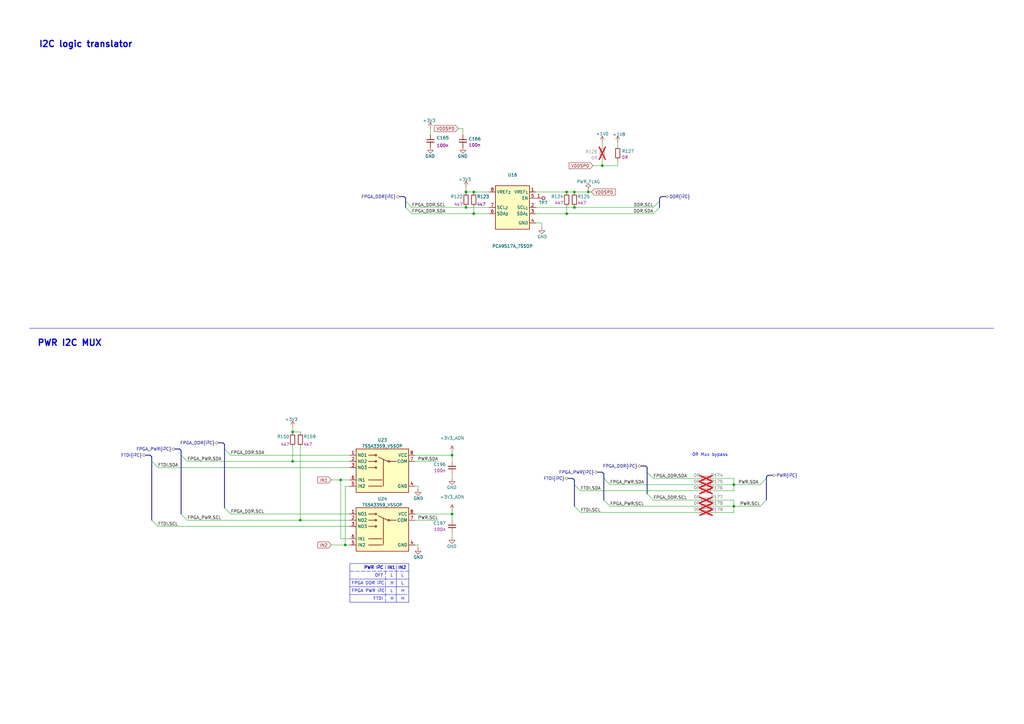
<source format=kicad_sch>
(kicad_sch (version 20230121) (generator eeschema)
  (paper "A3")
  (title_block (title "SO-DIMM DDR5 Tester") (date "2024-01-18") (rev "1.1.1:7ba41") (comment 1 "www.antmicro.com") (comment 2 "Antmicro Ltd"))
  (lib_symbols
    (symbol "antmicroCapacitors0402:C_100n_0402" (pin_numbers hide) (pin_names hide)
      (property "Reference" "C" (at 20.32 -5.08 0))
      (property "Val" "100n" (at 20.32 -7.62 0))
      (symbol "C_100n_0402_0_1"
        (polyline (pts (xy 2.032 -1.524) (xy 2.032 1.524)) (stroke (width 0.3048)))
        (polyline (pts (xy 3.048 -1.524) (xy 3.048 1.524)) (stroke (width 0.3302)))
      )
      (symbol "C_100n_0402_1_1"
        (pin passive line (at 0 0 0) (length 2.032) (name "~") (number "1"))
        (pin passive line (at 5.08 0 180) (length 2.032) (name "~") (number "2"))
      )
    )
    (symbol "antmicroInterfaceAnalogSwitchesMultiplexersDemultiplexers:TS5A3359_VSSOP"
      (property "Reference" "U" (at 41.91 -2.54 0))
      (property "Value" "TS5A3359_VSSOP" (at 41.91 -5.08 0))
      (symbol "TS5A3359_VSSOP_1_1"
        (polyline (pts (xy 7.62 -12.7) (xy 13.208 -12.7)) (stroke (width 0.254)) (fill (type background)))
        (polyline (pts (xy 7.62 -10.16) (xy 13.208 -10.16)) (stroke (width 0.254)) (fill (type background)))
        (polyline (pts (xy 7.62 -5.08) (xy 10.16 -5.08)) (stroke (width 0.254)) (fill (type background)))
        (polyline (pts (xy 7.62 -2.54) (xy 10.16 -2.54)) (stroke (width 0.254)) (fill (type background)))
        (polyline (pts (xy 7.62 0) (xy 10.16 0)) (stroke (width 0.254)) (fill (type background)))
        (polyline (pts (xy 13.716 -1.778) (xy 13.716 -12.7)) (stroke (width 0.254)) (fill (type background)))
        (polyline (pts (xy 15.494 -2.54) (xy 11.684 -0.762)) (stroke (width 0.254)) (fill (type background)))
        (polyline (pts (xy 19.05 -2.54) (xy 16.51 -2.54)) (stroke (width 0.254)) (fill (type background)))
        (rectangle (start 2.54 2.54) (end 24.13 -15.24) (stroke (width 0.254)) (fill (type background)))
        (arc (start 10.4902 -5.3594) (mid 10.8291 -5.3717) (end 10.9982 -5.08) (stroke (width 0.254)) (fill (type background)))
        (arc (start 10.4902 -4.7752) (mid 10.3152 -5.0671) (end 10.4902 -5.3594) (stroke (width 0.254)) (fill (type background)))
        (arc (start 10.4902 -2.8194) (mid 10.8291 -2.8317) (end 10.9982 -2.54) (stroke (width 0.254)) (fill (type background)))
        (arc (start 10.4902 -2.2352) (mid 10.3152 -2.5271) (end 10.4902 -2.8194) (stroke (width 0.254)) (fill (type background)))
        (arc (start 10.4902 -0.2794) (mid 10.8291 -0.2917) (end 10.9982 0) (stroke (width 0.254)) (fill (type background)))
        (arc (start 10.4902 0.3048) (mid 10.3152 0.0129) (end 10.4902 -0.2794) (stroke (width 0.254)) (fill (type background)))
        (arc (start 10.9982 -5.08) (mid 10.8271 -4.7844) (end 10.4902 -4.7752) (stroke (width 0.254)) (fill (type background)))
        (arc (start 10.9982 -2.54) (mid 10.8271 -2.2444) (end 10.4902 -2.2352) (stroke (width 0.254)) (fill (type background)))
        (arc (start 10.9982 0) (mid 10.8271 0.2956) (end 10.4902 0.3048) (stroke (width 0.254)) (fill (type background)))
        (arc (start 15.8242 -2.8194) (mid 16.1596 -2.829) (end 16.3322 -2.54) (stroke (width 0.254)) (fill (type background)))
        (arc (start 15.8242 -2.2352) (mid 15.6466 -2.5287) (end 15.8242 -2.8194) (stroke (width 0.254)) (fill (type background)))
        (arc (start 16.3322 -2.54) (mid 16.1616 -2.2481) (end 15.8242 -2.2352) (stroke (width 0.254)) (fill (type background)))
        (pin passive line (at 0 0 0) (length 2.54) (name "NO1") (number "1"))
        (pin passive line (at 0 -2.54 0) (length 2.54) (name "NO2") (number "2"))
        (pin passive line (at 0 -5.08 0) (length 2.54) (name "NO3") (number "3"))
        (pin passive line (at 26.67 -12.7 180) (length 2.54) (name "GND") (number "4"))
        (pin passive line (at 0 -12.7 0) (length 2.54) (name "IN2") (number "5"))
        (pin passive line (at 0 -10.16 0) (length 2.54) (name "IN1") (number "6"))
        (pin passive line (at 26.67 -2.54 180) (length 2.54) (name "COM") (number "7"))
        (pin passive line (at 26.67 0 180) (length 2.54) (name "VCC") (number "8"))
      )
    )
    (symbol "antmicroLogicTranslatorsLevelShifters:PCA9517A_TSSOP"
      (property "Reference" "U" (at 33.02 -2.54 0))
      (property "Value" "PCA9517A_TSSOP" (at 33.02 -5.08 0))
      (symbol "PCA9517A_TSSOP_1_1"
        (rectangle (start 2.54 2.54) (end 16.51 -15.24) (stroke (width 0.254)) (fill (type background)))
        (pin power_in line (at 0 0 0) (length 2.54) (name "VREF_{1}") (number "1"))
        (pin bidirectional line (at 0 -6.35 0) (length 2.54) (name "SCL_{1}") (number "2"))
        (pin bidirectional line (at 0 -8.89 0) (length 2.54) (name "SDA_{1}") (number "3"))
        (pin power_in line (at 0 -12.7 0) (length 2.54) (name "GND") (number "4"))
        (pin input line (at 0 -2.54 0) (length 2.54) (name "EN") (number "5"))
        (pin bidirectional line (at 19.05 -8.89 180) (length 2.54) (name "SDA_{2}") (number "6"))
        (pin bidirectional line (at 19.05 -6.35 180) (length 2.54) (name "SCL_{2}") (number "7"))
        (pin power_in line (at 19.05 0 180) (length 2.54) (name "VREF_{2}") (number "8"))
      )
    )
    (symbol "antmicroResistors0402:R_0R_0402" (pin_numbers hide) (pin_names hide)
      (property "Reference" "R" (at 20.32 -5.08 0))
      (property "Val" "0R" (at 20.32 -7.62 0))
      (symbol "R_0R_0402_0_1"
        (rectangle (start 0.635 0.889) (end 4.445 -0.889) (stroke (width 0.254)))
      )
      (symbol "R_0R_0402_1_1"
        (pin passive line (at 0 0 0) (length 0.635) (name "~") (number "1"))
        (pin passive line (at 5.08 0 180) (length 0.635) (name "~") (number "2"))
      )
    )
    (symbol "antmicroResistors0402:R_4k7_0402" (pin_numbers hide) (pin_names hide)
      (property "Reference" "R" (at 20.32 -5.08 0))
      (property "Val" "4k7" (at 20.32 -7.62 0))
      (symbol "R_4k7_0402_0_1"
        (rectangle (start 0.635 0.889) (end 4.445 -0.889) (stroke (width 0.254)))
      )
      (symbol "R_4k7_0402_1_1"
        (pin passive line (at 0 0 0) (length 0.635) (name "~") (number "1"))
        (pin passive line (at 5.08 0 180) (length 0.635) (name "~") (number "2"))
      )
    )
    (symbol "antmicroTestPoints:TP_1mm_SMD" (pin_names hide) (in_bom no)
      (property "Reference" "TP" (at 15.24 -5.08 0))
      (symbol "TP_1mm_SMD_1_1"
        (circle (center 3.175 0) (radius 0.635) (stroke (width 0.254)))
        (pin passive line (at 0 0 0) (length 2.54) (name "1") (number "1"))
      )
    )
    (symbol "antmicropower:+1V0" (power) (pin_names (offset 0))
      (property "Value" "+1V0" (at 0 3.556 0))
      (symbol "+1V0_0_1"
        (polyline (pts (xy -0.762 1.27) (xy 0 2.54)))
        (polyline (pts (xy 0 0) (xy 0 2.54)))
        (polyline (pts (xy 0 2.54) (xy 0.762 1.27)))
      )
      (symbol "+1V0_1_1"
        (pin power_in line (at 0 0 90) (length 0) hide (name "+1V0") (number "1"))
      )
    )
    (symbol "antmicropower:+1V8" (power) (pin_numbers hide) (pin_names hide)
      (property "Value" "+1V8" (at -3.175 2.54 0))
      (symbol "+1V8_1_1"
        (polyline (pts (xy -0.762 1.27) (xy 0 2.54)) (fill (type background)))
        (polyline (pts (xy 0 0) (xy 0 2.54)) (fill (type background)))
        (polyline (pts (xy 0 2.54) (xy 0.762 1.27)) (fill (type background)))
        (pin power_in line (at 0 0 90) (length 0) hide (name "+1V8") (number "1"))
      )
    )
    (symbol "antmicropower:+3V3" (power) (pin_numbers hide) (pin_names hide)
      (property "Value" "+3V3" (at -3.175 2.54 0))
      (symbol "+3V3_0_1"
        (polyline (pts (xy 0 0) (xy 0 2.54)))
        (polyline (pts (xy 0 2.54) (xy -0.762 1.27)))
        (polyline (pts (xy 0 2.54) (xy 0.762 1.27)))
      )
      (symbol "+3V3_1_1"
        (pin power_in line (at 0 0 90) (length 0) hide (name "+3V3") (number "1"))
      )
    )
    (symbol "antmicropower:+3V3_AON" (power) (pin_names (offset 0))
      (property "Value" "+3V3_AON" (at 0 3.556 0))
      (symbol "+3V3_AON_0_1"
        (polyline (pts (xy -0.762 1.27) (xy 0 2.54)))
        (polyline (pts (xy 0 0) (xy 0 2.54)))
        (polyline (pts (xy 0 2.54) (xy 0.762 1.27)))
      )
      (symbol "+3V3_AON_1_1"
        (pin power_in line (at 0 0 90) (length 0) hide (name "+3V3_AON") (number "1"))
      )
    )
    (symbol "antmicropower:GND" (power) (pin_numbers hide) (pin_names hide)
      (property "Value" "GND" (at -1.905 -4.445 0))
      (symbol "GND_1_1"
        (polyline (pts (xy 0 0) (xy 0 -1.27) (xy 1.27 -1.27) (xy 0 -2.54) (xy -1.27 -1.27) (xy 0 -1.27)))
        (pin power_in line (at 0 0 270) (length 0) (name "GND") (number "1"))
      )
    )
    (symbol "antmicropower:PWR_FLAG" (power) (pin_numbers hide) (pin_names (offset 0) hide)
      (property "Value" "PWR_FLAG" (at 0 3.81 0))
      (symbol "PWR_FLAG_0_0"
        (pin power_out line (at 0 0 90) (length 0) (name "pwr") (number "1"))
      )
      (symbol "PWR_FLAG_0_1"
        (polyline (pts (xy 0 0) (xy 0 1.27) (xy -1.016 1.905) (xy 0 2.54) (xy 1.016 1.905) (xy 0 1.27)))
      )
    )
  )
  (junction (at 194.31 78.74))
  (junction (at 141.605 223.52))
  (junction (at 120.015 177.165))
  (junction (at 120.015 189.23))
  (junction (at 235.585 85.09))
  (junction (at 123.19 213.36))
  (junction (at 139.7 196.85))
  (junction (at 300.99 198.755))
  (junction (at 185.42 186.69))
  (junction (at 191.135 85.09))
  (junction (at 185.42 210.82))
  (junction (at 232.41 78.74))
  (junction (at 241.3 78.74))
  (junction (at 300.99 207.645))
  (junction (at 191.135 78.74))
  (junction (at 194.31 87.63))
  (junction (at 232.41 87.63))
  (junction (at 247.015 67.945))
  (junction (at 235.585 78.74))
  (bus_entry (at 238.125 210.185) (size -2.54 -2.54))
  (bus_entry (at 64.77 215.9) (size -2.54 -2.54))
  (bus_entry (at 94.615 210.82) (size -2.54 -2.54))
  (bus_entry (at 168.91 85.09) (size -2.54 -2.54))
  (bus_entry (at 64.77 191.77) (size -2.54 -2.54))
  (bus_entry (at 267.97 85.09) (size 2.54 -2.54))
  (bus_entry (at 94.615 186.69) (size -2.54 -2.54))
  (bus_entry (at 311.785 198.755) (size 2.54 -2.54))
  (bus_entry (at 238.125 201.295) (size -2.54 -2.54))
  (bus_entry (at 168.91 87.63) (size -2.54 -2.54))
  (bus_entry (at 311.785 207.645) (size 2.54 -2.54))
  (bus_entry (at 76.835 189.23) (size -2.54 -2.54))
  (bus_entry (at 267.97 205.105) (size -2.54 -2.54))
  (bus_entry (at 267.97 87.63) (size 2.54 -2.54))
  (bus_entry (at 76.835 213.36) (size -2.54 -2.54))
  (bus_entry (at 250.19 207.645) (size -2.54 -2.54))
  (bus_entry (at 267.97 196.215) (size -2.54 -2.54))
  (bus_entry (at 250.19 198.755) (size -2.54 -2.54))
  (wire (pts (xy 185.42 186.69) (xy 170.18 186.69)))
  (wire (pts (xy 120.015 189.23) (xy 143.51 189.23)))
  (wire (pts (xy 200.66 85.09) (xy 191.135 85.09)))
  (wire (pts (xy 219.71 78.74) (xy 232.41 78.74)))
  (bus (pts (xy 61.595 186.69) (xy 62.23 187.325)))
  (wire (pts (xy 250.19 198.755) (xy 287.02 198.755)))
  (bus (pts (xy 314.325 195.58) (xy 314.325 196.215)))
  (bus (pts (xy 235.585 198.755) (xy 235.585 207.645)))
  (wire (pts (xy 185.42 186.69) (xy 185.42 189.23)))
  (wire (pts (xy 222.25 91.44) (xy 219.71 91.44)))
  (wire (pts (xy 300.99 207.645) (xy 300.99 210.185)))
  (wire (pts (xy 292.1 207.645) (xy 300.99 207.645)))
  (bus (pts (xy 71.755 184.15) (xy 73.66 184.15)))
  (wire (pts (xy 139.7 220.98) (xy 143.51 220.98)))
  (polyline (pts (xy 143.51 234.315) (xy 167.64 234.315)) (stroke (width 0) (type dash)))
  (wire (pts (xy 94.615 210.82) (xy 143.51 210.82)))
  (wire (pts (xy 235.585 79.375) (xy 235.585 78.74)))
  (wire (pts (xy 267.97 205.105) (xy 287.02 205.105)))
  (polyline (pts (xy 12.065 134.62) (xy 407.67 134.62)))
  (bus (pts (xy 273.05 80.645) (xy 271.145 80.645)))
  (polyline (pts (xy 143.51 231.14) (xy 167.64 231.14)))
  (wire (pts (xy 250.19 207.645) (xy 287.02 207.645)))
  (wire (pts (xy 200.66 78.74) (xy 194.31 78.74)))
  (bus (pts (xy 92.075 184.15) (xy 92.075 208.28)))
  (wire (pts (xy 247.015 67.945) (xy 247.015 65.405)))
  (wire (pts (xy 235.585 85.09) (xy 267.97 85.09)))
  (bus (pts (xy 234.95 196.215) (xy 235.585 196.85)))
  (wire (pts (xy 170.18 213.36) (xy 179.705 213.36)))
  (bus (pts (xy 62.23 187.325) (xy 62.23 189.23)))
  (bus (pts (xy 247.015 193.675) (xy 247.65 194.31)))
  (wire (pts (xy 300.99 196.215) (xy 292.1 196.215)))
  (wire (pts (xy 176.53 52.705) (xy 176.53 55.245)))
  (bus (pts (xy 74.295 184.785) (xy 74.295 186.69)))
  (wire (pts (xy 300.99 198.755) (xy 300.99 196.215)))
  (wire (pts (xy 123.19 177.165) (xy 123.19 177.8)))
  (wire (pts (xy 170.18 199.39) (xy 171.45 199.39)))
  (bus (pts (xy 74.295 186.69) (xy 74.295 210.82)))
  (wire (pts (xy 222.25 91.44) (xy 222.25 93.345)))
  (wire (pts (xy 191.135 85.09) (xy 191.135 84.455)))
  (wire (pts (xy 120.015 177.165) (xy 123.19 177.165)))
  (wire (pts (xy 253.365 58.42) (xy 253.365 60.325)))
  (wire (pts (xy 300.99 198.755) (xy 311.785 198.755)))
  (bus (pts (xy 91.44 181.61) (xy 92.075 182.245)))
  (bus (pts (xy 247.65 196.215) (xy 247.65 205.105)))
  (wire (pts (xy 120.015 177.8) (xy 120.015 177.165)))
  (wire (pts (xy 232.41 84.455) (xy 232.41 87.63)))
  (wire (pts (xy 76.835 213.36) (xy 123.19 213.36)))
  (wire (pts (xy 194.31 87.63) (xy 194.31 84.455)))
  (wire (pts (xy 241.3 78.105) (xy 241.3 78.74)))
  (polyline (pts (xy 167.64 247.015) (xy 143.51 247.015)))
  (wire (pts (xy 238.125 201.295) (xy 287.02 201.295)))
  (wire (pts (xy 185.42 210.82) (xy 170.18 210.82)))
  (wire (pts (xy 247.015 67.945) (xy 253.365 67.945)))
  (bus (pts (xy 92.075 182.245) (xy 92.075 184.15)))
  (wire (pts (xy 139.7 196.85) (xy 139.7 220.98)))
  (wire (pts (xy 168.91 85.09) (xy 191.135 85.09)))
  (bus (pts (xy 235.585 196.85) (xy 235.585 198.755)))
  (wire (pts (xy 219.71 85.09) (xy 235.585 85.09)))
  (wire (pts (xy 232.41 79.375) (xy 232.41 78.74)))
  (bus (pts (xy 316.865 194.945) (xy 314.96 194.945)))
  (bus (pts (xy 265.43 193.675) (xy 265.43 202.565)))
  (wire (pts (xy 194.31 87.63) (xy 200.66 87.63)))
  (bus (pts (xy 270.51 81.28) (xy 270.51 82.55)))
  (wire (pts (xy 171.45 223.52) (xy 171.45 224.79)))
  (wire (pts (xy 189.865 52.705) (xy 189.865 55.245)))
  (bus (pts (xy 62.23 189.23) (xy 62.23 213.36)))
  (wire (pts (xy 123.19 182.88) (xy 123.19 213.36)))
  (bus (pts (xy 314.96 194.945) (xy 314.325 195.58)))
  (wire (pts (xy 120.015 175.26) (xy 120.015 177.165)))
  (wire (pts (xy 170.18 223.52) (xy 171.45 223.52)))
  (polyline (pts (xy 162.56 231.775) (xy 162.56 247.015)))
  (wire (pts (xy 300.99 207.645) (xy 311.785 207.645)))
  (bus (pts (xy 89.535 181.61) (xy 91.44 181.61)))
  (wire (pts (xy 76.835 189.23) (xy 120.015 189.23)))
  (wire (pts (xy 185.42 185.42) (xy 185.42 186.69)))
  (polyline (pts (xy 143.51 231.14) (xy 143.51 247.015)))
  (wire (pts (xy 300.99 201.295) (xy 292.1 201.295)))
  (bus (pts (xy 270.51 82.55) (xy 270.51 85.09)))
  (wire (pts (xy 191.135 78.74) (xy 194.31 78.74)))
  (polyline (pts (xy 167.64 231.14) (xy 167.64 247.015)))
  (bus (pts (xy 166.37 81.28) (xy 166.37 82.55)))
  (bus (pts (xy 165.735 80.645) (xy 166.37 81.28)))
  (bus (pts (xy 59.69 186.69) (xy 61.595 186.69)))
  (wire (pts (xy 168.91 87.63) (xy 194.31 87.63)))
  (wire (pts (xy 232.41 87.63) (xy 267.97 87.63)))
  (wire (pts (xy 267.97 196.215) (xy 287.02 196.215)))
  (wire (pts (xy 191.135 76.835) (xy 191.135 78.74)))
  (bus (pts (xy 245.11 193.675) (xy 247.015 193.675)))
  (wire (pts (xy 185.42 209.55) (xy 185.42 210.82)))
  (bus (pts (xy 233.045 196.215) (xy 234.95 196.215)))
  (wire (pts (xy 194.31 78.74) (xy 194.31 79.375)))
  (polyline (pts (xy 143.51 240.665) (xy 167.64 240.665)))
  (wire (pts (xy 238.125 210.185) (xy 287.02 210.185)))
  (wire (pts (xy 232.41 78.74) (xy 235.585 78.74)))
  (wire (pts (xy 185.42 210.82) (xy 185.42 213.36)))
  (wire (pts (xy 143.51 199.39) (xy 141.605 199.39)))
  (wire (pts (xy 185.42 218.44) (xy 185.42 220.345)))
  (wire (pts (xy 187.96 52.705) (xy 189.865 52.705)))
  (wire (pts (xy 179.705 189.23) (xy 170.18 189.23)))
  (wire (pts (xy 185.42 194.31) (xy 185.42 196.215)))
  (wire (pts (xy 141.605 199.39) (xy 141.605 223.52)))
  (bus (pts (xy 247.65 194.31) (xy 247.65 196.215)))
  (wire (pts (xy 300.99 210.185) (xy 292.1 210.185)))
  (wire (pts (xy 94.615 186.69) (xy 143.51 186.69)))
  (wire (pts (xy 191.135 79.375) (xy 191.135 78.74)))
  (wire (pts (xy 171.45 199.39) (xy 171.45 200.66)))
  (wire (pts (xy 135.89 223.52) (xy 141.605 223.52)))
  (bus (pts (xy 265.43 191.77) (xy 265.43 193.675)))
  (wire (pts (xy 241.3 78.74) (xy 242.57 78.74)))
  (bus (pts (xy 73.66 184.15) (xy 74.295 184.785)))
  (wire (pts (xy 123.19 213.36) (xy 143.51 213.36)))
  (bus (pts (xy 166.37 82.55) (xy 166.37 85.09)))
  (wire (pts (xy 292.1 198.755) (xy 300.99 198.755)))
  (wire (pts (xy 219.71 87.63) (xy 232.41 87.63)))
  (wire (pts (xy 141.605 223.52) (xy 143.51 223.52)))
  (wire (pts (xy 64.77 191.77) (xy 143.51 191.77)))
  (polyline (pts (xy 158.115 231.775) (xy 158.115 247.015)) (stroke (width 0) (type dash)))
  (bus (pts (xy 271.145 80.645) (xy 270.51 81.28)))
  (wire (pts (xy 120.015 182.88) (xy 120.015 189.23)))
  (bus (pts (xy 314.325 196.215) (xy 314.325 205.105)))
  (wire (pts (xy 247.015 58.42) (xy 247.015 60.325)))
  (wire (pts (xy 300.99 198.755) (xy 300.99 201.295)))
  (wire (pts (xy 300.99 205.105) (xy 292.1 205.105)))
  (wire (pts (xy 300.99 205.105) (xy 300.99 207.645)))
  (polyline (pts (xy 143.51 237.49) (xy 167.64 237.49)))
  (wire (pts (xy 235.585 84.455) (xy 235.585 85.09)))
  (polyline (pts (xy 143.51 243.84) (xy 167.005 243.84)))
  (wire (pts (xy 253.365 67.945) (xy 253.365 65.405)))
  (wire (pts (xy 243.205 67.945) (xy 247.015 67.945)))
  (wire (pts (xy 235.585 78.74) (xy 241.3 78.74)))
  (bus (pts (xy 262.89 191.135) (xy 264.795 191.135)))
  (wire (pts (xy 64.77 215.9) (xy 143.51 215.9)))
  (bus (pts (xy 264.795 191.135) (xy 265.43 191.77)))
  (bus (pts (xy 163.83 80.645) (xy 165.735 80.645)))
  (wire (pts (xy 135.89 196.85) (xy 139.7 196.85)))
  (wire (pts (xy 143.51 196.85) (xy 139.7 196.85)))
  (text "L" (at 164.465 240.03 0) (effects (font (size 1.27 1.27)) (justify left bottom)))
  (text "PWR I2C MUX" (at 15.24 142.24 0) (effects (font (size 2.54 2.54) (thickness 0.4978) bold) (justify left bottom)))
  (text "L" (at 160.02 243.205 0) (effects (font (size 1.27 1.27)) (justify left bottom)))
  (text "FTDI" (at 153.035 246.38 0) (effects (font (size 1.27 1.27)) (justify left bottom)))
  (text "H" (at 164.465 243.205 0) (effects (font (size 1.27 1.27)) (justify left bottom)))
  (text "H" (at 160.02 246.38 0) (effects (font (size 1.27 1.27)) (justify left bottom)))
  (text "OFF" (at 153.67 236.855 0) (effects (font (size 1.27 1.27)) (justify left bottom)))
  (text "PWR I^{2}C" (at 149.225 233.68 0) (effects (font (size 1.27 1.27) (thickness 0.254) bold) (justify left bottom)))
  (text "I2C logic translator" (at 15.875 19.685 0) (effects (font (size 2.54 2.54) (thickness 0.4978) bold) (justify left bottom)))
  (text "H" (at 164.465 246.38 0) (effects (font (size 1.27 1.27)) (justify left bottom)))
  (text "0R Mux bypass" (at 283.845 187.325 0) (effects (font (size 1.27 1.27)) (justify left bottom)))
  (text "H" (at 160.02 240.03 0) (effects (font (size 1.27 1.27)) (justify left bottom)))
  (text "IN2" (at 163.195 233.68 0) (effects (font (size 1.27 1.27) (thickness 0.254) bold) (justify left bottom)))
  (text "L" (at 160.02 236.855 0) (effects (font (size 1.27 1.27)) (justify left bottom)))
  (text "IN1" (at 158.75 233.68 0) (effects (font (size 1.27 1.27) (thickness 0.254) bold) (justify left bottom)))
  (text "L" (at 164.465 236.855 0) (effects (font (size 1.27 1.27)) (justify left bottom)))
  (text "FPGA PWR I^{2}C" (at 144.145 243.205 0) (effects (font (size 1.27 1.27)) (justify left bottom)))
  (text "FPGA DDR I^{2}C" (at 144.145 240.03 0) (effects (font (size 1.27 1.27)) (justify left bottom)))
  (label "FPGA_DDR.SCL" (at 168.91 85.09 0))
  (label "PWR.SCL" (at 179.705 213.36 180))
  (label "FPGA_DDR.SCL" (at 267.97 205.105 0))
  (label "FTDI.SDA" (at 64.77 191.77 0))
  (label "DDR.SDA" (at 267.97 87.63 180))
  (label "PWR.SDA" (at 179.705 189.23 180))
  (label "PWR.SDA" (at 311.15 198.755 180))
  (label "FPGA_DDR.SDA" (at 267.97 196.215 0))
  (label "FTDI.SCL" (at 238.125 210.185 0))
  (label "DDR.SCL" (at 267.97 85.09 180))
  (label "FPGA_DDR.SDA" (at 168.91 87.63 0))
  (label "FPGA_PWR.SDA" (at 76.835 189.23 0))
  (label "FTDI.SCL" (at 64.77 215.9 0))
  (label "FPGA_PWR.SCL" (at 250.19 207.645 0))
  (label "FPGA_PWR.SCL" (at 76.835 213.36 0))
  (label "FPGA_PWR.SDA" (at 250.19 198.755 0))
  (label "FTDI.SDA" (at 238.125 201.295 0))
  (label "PWR.SCL" (at 311.785 207.645 180))
  (label "FPGA_DDR.SCL" (at 94.615 210.82 0))
  (label "FPGA_DDR.SDA" (at 94.615 186.69 0))
  (global_label "IN1" (shape input) (at 135.89 196.85 180) (property "Intersheetrefs" "${INTERSHEET_REFS}" (at 130.421 196.9294 0) (effects (justify right))))
  (global_label "VDDSPD" (shape input) (at 187.96 52.705 180) (property "Intersheetrefs" "${INTERSHEET_REFS}" (at -47.625 448.31 0)))
  (global_label "VDDSPD" (shape input) (at 242.57 78.74 0) (property "Intersheetrefs" "${INTERSHEET_REFS}" (at -137.795 -149.225 0)))
  (global_label "VDDSPD" (shape input) (at 243.205 67.945 180) (property "Intersheetrefs" "${INTERSHEET_REFS}" (at 623.57 -160.02 0) (effects (justify left))))
  (global_label "IN2" (shape input) (at 135.89 223.52 180) (property "Intersheetrefs" "${INTERSHEET_REFS}" (at 130.421 223.5994 0) (effects (justify right))))
  (hierarchical_label "FPGA_DDR{I^{2}C}" (shape bidirectional) (at 163.83 80.645 180))
  (hierarchical_label "PWR{I^{2}C}" (shape bidirectional) (at 316.865 194.945 0))
  (hierarchical_label "DDR{I^{2}C}" (shape bidirectional) (at 273.05 80.645 0))
  (hierarchical_label "FTDI{I^{2}C}" (shape bidirectional) (at 233.045 196.215 180))
  (hierarchical_label "FPGA_DDR{I^{2}C}" (shape bidirectional) (at 89.535 181.61 180))
  (hierarchical_label "FPGA_PWR{I^{2}C}" (shape bidirectional) (at 71.755 184.15 180))
  (hierarchical_label "FTDI{I^{2}C}" (shape bidirectional) (at 59.69 186.69 180))
  (hierarchical_label "FPGA_DDR{I^{2}C}" (shape bidirectional) (at 262.89 191.135 180))
  (hierarchical_label "FPGA_PWR{I^{2}C}" (shape bidirectional) (at 245.11 193.675 180))
  (symbol (lib_id "antmicroResistors0402:R_4k7_0402") (at 235.585 79.375 270) (unit 1)
    (property "Reference" "R125" (at 236.855 80.645 90) (effects (justify left)))
    (property "Value" "R_4k7_0402" (effects hide))
    (property "Footprint" "antmicro-footprints:R_0402_1005Metric" (effects hide))
    (property "Datasheet" "https://www.bourns.com/docs/product-datasheets/cr.pdf" (effects hide))
    (property "Manufacturer" "Bourns" (effects hide))
    (property "MPN" "CR0402-FX-4701GLF" (effects hide))
    (property "Val" "4k7" (at 236.855 83.185 90) (effects (justify left)))
    (property "License" "Apache-2.0" (effects hide))
    (property "Author" "Antmicro" (effects hide))
    (property "Tolerance" "1%" (effects hide))
  )
  (symbol (lib_id "antmicroTestPoints:TP_1mm_SMD") (at 219.71 81.28 0) (mirror x) (unit 1)
    (property "Reference" "TP7" (at 220.98 83.185 0) (effects (justify left)))
    (property "Value" "TP_1mm_SMD" (effects hide))
    (property "Footprint" "antmicro-footprints:TP_SMD_1mm" (effects hide))
    (property "Author" "Antmicro" (effects hide))
    (property "License" "Apache-2.0" (effects hide))
  )
  (symbol (lib_id "antmicroCapacitors0402:C_100n_0402") (at 189.865 55.245 90) (mirror x) (unit 1)
    (property "Reference" "C166" (at 192.1891 56.9607 90) (effects (justify right)))
    (property "Value" "C_100n_0402" (effects hide))
    (property "Footprint" "antmicro-footprints:C_0402_1005Metric" (effects hide))
    (property "Datasheet" "https://www.murata.com/products/productdetail?partno=GRM155R61H104KE14%23" (effects hide))
    (property "Manufacturer" "Murata" (effects hide))
    (property "MPN" "GRM155R61H104KE14D" (effects hide))
    (property "Val" "100n" (at 192.1891 59.491 90) (effects (justify right)))
    (property "License" "Apache-2.0" (effects hide))
    (property "Author" "Antmicro" (effects hide))
    (property "Voltage" "50V" (effects hide))
    (property "Dielectric" "X5R" (effects hide))
  )
  (symbol (lib_id "antmicroResistors0402:R_0R_0402") (at 292.1 207.645 180) (unit 1) (in_bom no) (dnp yes)
    (property "Reference" "R178" (at 291.465 206.375 0) (effects (justify right)))
    (property "Value" "R_0R_0402" (effects hide))
    (property "Footprint" "antmicro-footprints:R_0402_1005Metric" (effects hide))
    (property "Datasheet" "https://industrial.panasonic.com/cdbs/www-data/pdf/RDA0000/AOA0000C301.pdf" (effects hide))
    (property "Manufacturer" "Panasonic" (effects hide))
    (property "MPN" "ERJ2GE0R00X" (effects hide))
    (property "Val" "0R" (at 284.48 206.375 0) (effects (justify right)))
    (property "DNP" "DNP" (at 287.655 207.645 0) (effects (justify right)))
    (property "License" "Apache-2.0" (effects hide))
    (property "Author" "Antmicro" (effects hide))
    (property "Current" "1A" (effects hide))
  )
  (symbol (lib_id "antmicroResistors0402:R_4k7_0402") (at 120.015 177.8 270) (unit 1)
    (property "Reference" "R150" (at 118.745 179.07 90) (effects (justify right)))
    (property "Value" "R_4k7_0402" (effects hide))
    (property "Footprint" "antmicro-footprints:R_0402_1005Metric" (effects hide))
    (property "Datasheet" "https://www.bourns.com/docs/product-datasheets/cr.pdf" (effects hide))
    (property "Manufacturer" "Bourns" (effects hide))
    (property "MPN" "CR0402-FX-4701GLF" (effects hide))
    (property "Val" "4k7" (at 118.745 182.245 90) (effects (justify right)))
    (property "License" "Apache-2.0" (effects hide))
    (property "Author" "Antmicro" (effects hide))
    (property "Tolerance" "1%" (effects hide))
  )
  (symbol (lib_id "antmicroResistors0402:R_4k7_0402") (at 232.41 79.375 270) (unit 1)
    (property "Reference" "R124" (at 231.14 80.645 90) (effects (justify right)))
    (property "Value" "R_4k7_0402" (effects hide))
    (property "Footprint" "antmicro-footprints:R_0402_1005Metric" (effects hide))
    (property "Datasheet" "https://www.bourns.com/docs/product-datasheets/cr.pdf" (effects hide))
    (property "Manufacturer" "Bourns" (effects hide))
    (property "MPN" "CR0402-FX-4701GLF" (effects hide))
    (property "Val" "4k7" (at 231.14 83.185 90) (effects (justify right)))
    (property "License" "Apache-2.0" (effects hide))
    (property "Author" "Antmicro" (effects hide))
    (property "Tolerance" "1%" (effects hide))
  )
  (symbol (lib_id "antmicroResistors0402:R_0R_0402") (at 292.1 201.295 180) (unit 1) (in_bom no) (dnp yes)
    (property "Reference" "R176" (at 291.465 200.025 0) (effects (justify right)))
    (property "Value" "R_0R_0402" (effects hide))
    (property "Footprint" "antmicro-footprints:R_0402_1005Metric" (effects hide))
    (property "Datasheet" "https://industrial.panasonic.com/cdbs/www-data/pdf/RDA0000/AOA0000C301.pdf" (effects hide))
    (property "Manufacturer" "Panasonic" (effects hide))
    (property "MPN" "ERJ2GE0R00X" (effects hide))
    (property "Val" "0R" (at 284.48 200.025 0) (effects (justify right)))
    (property "DNP" "DNP" (at 287.655 201.295 0) (effects (justify right)))
    (property "License" "Apache-2.0" (effects hide))
    (property "Author" "Antmicro" (effects hide))
    (property "Current" "1A" (effects hide))
  )
  (symbol (lib_id "antmicropower:+3V3_AON") (at 185.42 185.42 0) (mirror y) (unit 1)
    (property "Reference" "#PWR0441" (effects hide))
    (property "Value" "+3V3_AON" (at 185.42 179.705 0))
  )
  (symbol (lib_id "antmicropower:GND") (at 185.42 196.215 0) (mirror y) (unit 1)
    (property "Reference" "#PWR0437" (effects hide))
    (property "Value" "GND" (at 187.325 200.66 0) (effects (justify left bottom)))
    (property "Author" "Antmicro" (effects hide))
    (property "License" "Apache-2.0" (effects hide))
  )
  (symbol (lib_id "antmicropower:+3V3") (at 120.015 175.26 0) (unit 1)
    (property "Reference" "#PWR0442" (effects hide))
    (property "Value" "+3V3" (at 116.84 172.72 0) (effects (justify left bottom)))
    (property "Author" "Antmicro" (effects hide))
    (property "License" "Apache-2.0" (effects hide))
  )
  (symbol (lib_id "antmicroCapacitors0402:C_100n_0402") (at 185.42 218.44 270) (mirror x) (unit 1)
    (property "Reference" "C197" (at 182.88 214.6235 90) (effects (justify right)))
    (property "Value" "C_100n_0402" (effects hide))
    (property "Footprint" "antmicro-footprints:C_0402_1005Metric" (effects hide))
    (property "Datasheet" "https://www.murata.com/products/productdetail?partno=GRM155R61H104KE14%23" (effects hide))
    (property "Manufacturer" "Murata" (effects hide))
    (property "MPN" "GRM155R61H104KE14D" (effects hide))
    (property "Val" "100n" (at 182.88 217.1635 90) (effects (justify right)))
    (property "License" "Apache-2.0" (effects hide))
    (property "Author" "Antmicro" (effects hide))
    (property "Voltage" "50V" (effects hide))
    (property "Dielectric" "X5R" (effects hide))
  )
  (symbol (lib_id "antmicroResistors0402:R_0R_0402") (at 253.365 65.405 270) (mirror x) (unit 1)
    (property "Reference" "R127" (at 255.016 62.0344 90) (effects (justify left)))
    (property "Value" "R_0R_0402" (effects hide))
    (property "Footprint" "antmicro-footprints:R_0402_1005Metric" (effects hide))
    (property "Datasheet" "https://industrial.panasonic.com/cdbs/www-data/pdf/RDA0000/AOA0000C301.pdf" (effects hide))
    (property "MPN" "ERJ2GE0R00X" (effects hide))
    (property "Manufacturer" "Panasonic" (effects hide))
    (property "License" "Apache-2.0" (effects hide))
    (property "Author" "Antmicro" (effects hide))
    (property "Val" "0R" (at 255.016 64.5581 90) (effects (justify left)))
    (property "Current" "1A" (effects hide))
  )
  (symbol (lib_id "antmicroResistors0402:R_0R_0402") (at 292.1 196.215 180) (unit 1) (in_bom no) (dnp yes)
    (property "Reference" "R174" (at 291.465 194.945 0) (effects (justify right)))
    (property "Value" "R_0R_0402" (effects hide))
    (property "Footprint" "antmicro-footprints:R_0402_1005Metric" (effects hide))
    (property "Datasheet" "https://industrial.panasonic.com/cdbs/www-data/pdf/RDA0000/AOA0000C301.pdf" (effects hide))
    (property "Manufacturer" "Panasonic" (effects hide))
    (property "MPN" "ERJ2GE0R00X" (effects hide))
    (property "Val" "0R" (at 284.48 194.945 0) (effects (justify right)))
    (property "DNP" "DNP" (at 287.655 196.215 0) (effects (justify right)))
    (property "License" "Apache-2.0" (effects hide))
    (property "Author" "Antmicro" (effects hide))
    (property "Current" "1A" (effects hide))
  )
  (symbol (lib_id "antmicropower:GND") (at 171.45 200.66 0) (unit 1)
    (property "Reference" "#PWR0436" (effects hide))
    (property "Value" "GND" (at 169.545 205.105 0) (effects (justify left bottom)))
    (property "Author" "Antmicro" (effects hide))
    (property "License" "Apache-2.0" (effects hide))
  )
  (symbol (lib_id "antmicropower:+3V3") (at 176.53 52.705 0) (unit 1)
    (property "Reference" "#PWR0267" (effects hide))
    (property "Value" "+3V3" (at 173.355 50.165 0) (effects (justify left bottom)))
    (property "Author" "Antmicro" (effects hide))
    (property "License" "Apache-2.0" (effects hide))
  )
  (symbol (lib_id "antmicropower:GND") (at 189.865 60.325 0) (mirror y) (unit 1)
    (property "Reference" "#PWR0269" (effects hide))
    (property "Value" "GND" (at 191.77 64.77 0) (effects (justify left bottom)))
    (property "Author" "Antmicro" (effects hide))
    (property "License" "Apache-2.0" (effects hide))
  )
  (symbol (lib_id "antmicroInterfaceAnalogSwitchesMultiplexersDemultiplexers:TS5A3359_VSSOP") (at 143.51 210.82 0) (unit 1)
    (property "Reference" "U24" (at 156.845 204.595 0))
    (property "Value" "TS5A3359_VSSOP" (at 156.845 207.1187 0))
    (property "Footprint" "antmicro-footprints:VSSOP-8_2.3x2mm_P0.5mm" (effects hide))
    (property "Datasheet" "https://www.ti.com/general/docs/suppproductinfo.tsp?distId=26&gotoUrl=http%3A%2F%2Fwww.ti.com%2Flit%2Fgpn%2Fts5a3359" (effects hide))
    (property "MPN" "TS5A3359DCUR" (effects hide))
    (property "Manufacturer" "Texas Instruments" (effects hide))
    (property "Author" "Antmicro" (effects hide))
    (property "License" "Apache-2.0" (effects hide))
  )
  (symbol (lib_id "antmicroResistors0402:R_0R_0402") (at 292.1 198.755 180) (unit 1) (in_bom no) (dnp yes)
    (property "Reference" "R175" (at 291.465 197.485 0) (effects (justify right)))
    (property "Value" "R_0R_0402" (effects hide))
    (property "Footprint" "antmicro-footprints:R_0402_1005Metric" (effects hide))
    (property "Datasheet" "https://industrial.panasonic.com/cdbs/www-data/pdf/RDA0000/AOA0000C301.pdf" (effects hide))
    (property "Manufacturer" "Panasonic" (effects hide))
    (property "MPN" "ERJ2GE0R00X" (effects hide))
    (property "Val" "0R" (at 284.48 197.485 0) (effects (justify right)))
    (property "DNP" "DNP" (at 287.655 198.755 0) (effects (justify right)))
    (property "License" "Apache-2.0" (effects hide))
    (property "Author" "Antmicro" (effects hide))
    (property "Current" "1A" (effects hide))
  )
  (symbol (lib_id "antmicropower:+3V3_AON") (at 185.42 209.55 0) (mirror y) (unit 1)
    (property "Reference" "#PWR0440" (effects hide))
    (property "Value" "+3V3_AON" (at 185.42 203.835 0))
  )
  (symbol (lib_id "antmicroCapacitors0402:C_100n_0402") (at 185.42 194.31 270) (mirror x) (unit 1)
    (property "Reference" "C196" (at 182.88 190.4935 90) (effects (justify right)))
    (property "Value" "C_100n_0402" (effects hide))
    (property "Footprint" "antmicro-footprints:C_0402_1005Metric" (effects hide))
    (property "Datasheet" "https://www.murata.com/products/productdetail?partno=GRM155R61H104KE14%23" (effects hide))
    (property "Manufacturer" "Murata" (effects hide))
    (property "MPN" "GRM155R61H104KE14D" (effects hide))
    (property "Val" "100n" (at 182.88 193.0335 90) (effects (justify right)))
    (property "License" "Apache-2.0" (effects hide))
    (property "Author" "Antmicro" (effects hide))
    (property "Voltage" "50V" (effects hide))
    (property "Dielectric" "X5R" (effects hide))
  )
  (symbol (lib_id "antmicropower:GND") (at 185.42 220.345 0) (mirror y) (unit 1)
    (property "Reference" "#PWR0438" (effects hide))
    (property "Value" "GND" (at 187.325 224.79 0) (effects (justify left bottom)))
    (property "Author" "Antmicro" (effects hide))
    (property "License" "Apache-2.0" (effects hide))
  )
  (symbol (lib_id "antmicropower:+1V0") (at 247.015 58.42 0) (mirror y) (unit 1)
    (property "Reference" "#PWR0272" (effects hide))
    (property "Value" "+1V0" (at 247.015 54.864 0))
  )
  (symbol (lib_id "antmicropower:PWR_FLAG") (at 241.3 78.105 0) (unit 1)
    (property "Reference" "#FLG0107" (effects hide))
    (property "Value" "PWR_FLAG" (at 241.3 74.5292 0))
  )
  (symbol (lib_id "antmicroCapacitors0402:C_100n_0402") (at 176.53 55.245 90) (mirror x) (unit 1)
    (property "Reference" "C165" (at 179.07 56.5213 90) (effects (justify right)))
    (property "Value" "C_100n_0402" (effects hide))
    (property "Footprint" "antmicro-footprints:C_0402_1005Metric" (effects hide))
    (property "Datasheet" "https://www.murata.com/products/productdetail?partno=GRM155R61H104KE14%23" (effects hide))
    (property "Manufacturer" "Murata" (effects hide))
    (property "MPN" "GRM155R61H104KE14D" (effects hide))
    (property "Val" "100n" (at 179.07 59.6962 90) (effects (justify right)))
    (property "License" "Apache-2.0" (effects hide))
    (property "Author" "Antmicro" (effects hide))
    (property "Voltage" "50V" (effects hide))
    (property "Dielectric" "X5R" (effects hide))
  )
  (symbol (lib_id "antmicroResistors0402:R_4k7_0402") (at 191.135 79.375 270) (unit 1)
    (property "Reference" "R122" (at 189.865 80.645 90) (effects (justify right)))
    (property "Value" "R_4k7_0402" (effects hide))
    (property "Footprint" "antmicro-footprints:R_0402_1005Metric" (effects hide))
    (property "Datasheet" "https://www.bourns.com/docs/product-datasheets/cr.pdf" (effects hide))
    (property "Manufacturer" "Bourns" (effects hide))
    (property "MPN" "CR0402-FX-4701GLF" (effects hide))
    (property "Val" "4k7" (at 189.865 83.82 90) (effects (justify right)))
    (property "License" "Apache-2.0" (effects hide))
    (property "Author" "Antmicro" (effects hide))
    (property "Tolerance" "1%" (effects hide))
  )
  (symbol (lib_id "antmicroInterfaceAnalogSwitchesMultiplexersDemultiplexers:TS5A3359_VSSOP") (at 143.51 186.69 0) (unit 1)
    (property "Reference" "U23" (at 156.845 180.465 0))
    (property "Value" "TS5A3359_VSSOP" (at 156.845 182.9887 0))
    (property "Footprint" "antmicro-footprints:VSSOP-8_2.3x2mm_P0.5mm" (effects hide))
    (property "Datasheet" "https://www.ti.com/general/docs/suppproductinfo.tsp?distId=26&gotoUrl=http%3A%2F%2Fwww.ti.com%2Flit%2Fgpn%2Fts5a3359" (effects hide))
    (property "MPN" "TS5A3359DCUR" (effects hide))
    (property "Manufacturer" "Texas Instruments" (effects hide))
    (property "Author" "Antmicro" (effects hide))
    (property "License" "Apache-2.0" (effects hide))
  )
  (symbol (lib_id "antmicropower:GND") (at 176.53 60.325 0) (mirror y) (unit 1)
    (property "Reference" "#PWR0268" (effects hide))
    (property "Value" "GND" (at 178.435 64.77 0) (effects (justify left bottom)))
    (property "Author" "Antmicro" (effects hide))
    (property "License" "Apache-2.0" (effects hide))
  )
  (symbol (lib_id "antmicroResistors0402:R_0R_0402") (at 292.1 210.185 180) (unit 1) (in_bom no) (dnp yes)
    (property "Reference" "R179" (at 291.465 208.915 0) (effects (justify right)))
    (property "Value" "R_0R_0402" (effects hide))
    (property "Footprint" "antmicro-footprints:R_0402_1005Metric" (effects hide))
    (property "Datasheet" "https://industrial.panasonic.com/cdbs/www-data/pdf/RDA0000/AOA0000C301.pdf" (effects hide))
    (property "Manufacturer" "Panasonic" (effects hide))
    (property "MPN" "ERJ2GE0R00X" (effects hide))
    (property "Val" "0R" (at 284.48 208.915 0) (effects (justify right)))
    (property "DNP" "DNP" (at 287.655 210.185 0) (effects (justify right)))
    (property "License" "Apache-2.0" (effects hide))
    (property "Author" "Antmicro" (effects hide))
    (property "Current" "1A" (effects hide))
  )
  (symbol (lib_id "antmicroResistors0402:R_0R_0402") (at 292.1 205.105 180) (unit 1) (in_bom no) (dnp yes)
    (property "Reference" "R177" (at 291.465 203.835 0) (effects (justify right)))
    (property "Value" "R_0R_0402" (effects hide))
    (property "Footprint" "antmicro-footprints:R_0402_1005Metric" (effects hide))
    (property "Datasheet" "https://industrial.panasonic.com/cdbs/www-data/pdf/RDA0000/AOA0000C301.pdf" (effects hide))
    (property "Manufacturer" "Panasonic" (effects hide))
    (property "MPN" "ERJ2GE0R00X" (effects hide))
    (property "Val" "0R" (at 284.48 203.835 0) (effects (justify right)))
    (property "DNP" "DNP" (at 287.655 205.105 0) (effects (justify right)))
    (property "License" "Apache-2.0" (effects hide))
    (property "Author" "Antmicro" (effects hide))
    (property "Current" "1A" (effects hide))
  )
  (symbol (lib_id "antmicropower:GND") (at 171.45 224.79 0) (unit 1)
    (property "Reference" "#PWR0439" (effects hide))
    (property "Value" "GND" (at 169.545 229.235 0) (effects (justify left bottom)))
    (property "Author" "Antmicro" (effects hide))
    (property "License" "Apache-2.0" (effects hide))
  )
  (symbol (lib_id "antmicroResistors0402:R_0R_0402") (at 247.015 60.325 90) (mirror x) (unit 1) (in_bom no) (dnp yes)
    (property "Reference" "R126" (at 245.11 62.23 90) (effects (justify left)))
    (property "Value" "R_0R_0402" (effects hide))
    (property "Footprint" "antmicro-footprints:R_0402_1005Metric" (effects hide))
    (property "Datasheet" "https://industrial.panasonic.com/cdbs/www-data/pdf/RDA0000/AOA0000C301.pdf" (effects hide))
    (property "MPN" "ERJ2GE0R00X" (effects hide))
    (property "Manufacturer" "Panasonic" (effects hide))
    (property "License" "Apache-2.0" (effects hide))
    (property "Author" "Antmicro" (effects hide))
    (property "Val" "0R" (at 245.11 64.7537 90) (effects (justify left)))
    (property "Current" "1A" (effects hide))
    (property "DNP" "DNP" (at 247.015 60.96 0) (effects (justify left)))
  )
  (symbol (lib_id "antmicroResistors0402:R_4k7_0402") (at 123.19 177.8 270) (unit 1)
    (property "Reference" "R159" (at 124.46 179.07 90) (effects (justify left)))
    (property "Value" "R_4k7_0402" (effects hide))
    (property "Footprint" "antmicro-footprints:R_0402_1005Metric" (effects hide))
    (property "Datasheet" "https://www.bourns.com/docs/product-datasheets/cr.pdf" (effects hide))
    (property "Manufacturer" "Bourns" (effects hide))
    (property "MPN" "CR0402-FX-4701GLF" (effects hide))
    (property "Val" "4k7" (at 124.46 182.245 90) (effects (justify left)))
    (property "License" "Apache-2.0" (effects hide))
    (property "Author" "Antmicro" (effects hide))
    (property "Tolerance" "1%" (effects hide))
  )
  (symbol (lib_id "antmicropower:+3V3") (at 191.135 76.835 0) (unit 1)
    (property "Reference" "#PWR0270" (effects hide))
    (property "Value" "+3V3" (at 187.96 74.295 0) (effects (justify left bottom)))
    (property "Author" "Antmicro" (effects hide))
    (property "License" "Apache-2.0" (effects hide))
  )
  (symbol (lib_id "antmicroResistors0402:R_4k7_0402") (at 194.31 79.375 270) (unit 1)
    (property "Reference" "R123" (at 195.58 80.645 90) (effects (justify left)))
    (property "Value" "R_4k7_0402" (effects hide))
    (property "Footprint" "antmicro-footprints:R_0402_1005Metric" (effects hide))
    (property "Datasheet" "https://www.bourns.com/docs/product-datasheets/cr.pdf" (effects hide))
    (property "Manufacturer" "Bourns" (effects hide))
    (property "MPN" "CR0402-FX-4701GLF" (effects hide))
    (property "Val" "4k7" (at 195.58 83.82 90) (effects (justify left)))
    (property "License" "Apache-2.0" (effects hide))
    (property "Author" "Antmicro" (effects hide))
    (property "Tolerance" "1%" (effects hide))
  )
  (symbol (lib_id "antmicropower:+1V8") (at 253.365 58.42 0) (mirror y) (unit 1)
    (property "Reference" "#PWR0273" (effects hide))
    (property "Value" "+1V8" (at 256.54 55.88 0) (effects (justify left bottom)))
    (property "Author" "Antmicro" (effects hide))
    (property "License" "Apache-2.0" (effects hide))
  )
  (symbol (lib_id "antmicropower:GND") (at 222.25 93.345 0) (unit 1)
    (property "Reference" "#PWR0271" (effects hide))
    (property "Value" "GND" (at 220.345 97.79 0) (effects (justify left bottom)))
    (property "Author" "Antmicro" (effects hide))
    (property "License" "Apache-2.0" (effects hide))
  )
  (symbol (lib_id "antmicroLogicTranslatorsLevelShifters:PCA9517A_TSSOP") (at 219.71 78.74 0) (mirror y) (unit 1)
    (property "Reference" "U16" (at 210.185 71.755 0))
    (property "Value" "PCA9517A_TSSOP" (at 210.185 100.965 0))
    (property "Footprint" "antmicro-footprints:TSSOP-8_3x3mm_P0.65mm" (effects hide))
    (property "Datasheet" "https://www.mouser.com/datasheet/2/308/1/ONSM_S_A0009688870_1-2560458.pdf" (effects hide))
    (property "MPN" "PCA9517ADMR2G" (effects hide))
    (property "Manufacturer" "ON Semiconductor" (effects hide))
    (property "Author" "Antmicro" (effects hide))
    (property "License" "Apache-2.0" (effects hide))
  )
)
</source>
